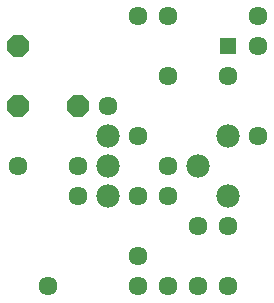
<source format=gts>
G75*
%MOIN*%
%OFA0B0*%
%FSLAX25Y25*%
%IPPOS*%
%LPD*%
%AMOC8*
5,1,8,0,0,1.08239X$1,22.5*
%
%ADD10C,0.06343*%
%ADD11R,0.05556X0.05556*%
%ADD12C,0.07800*%
%ADD13OC8,0.07296*%
D10*
X0036875Y0022667D03*
X0066875Y0022667D03*
X0076875Y0022667D03*
X0086875Y0022667D03*
X0096875Y0022667D03*
X0096875Y0042667D03*
X0086875Y0042667D03*
X0076875Y0052667D03*
X0076875Y0062667D03*
X0066875Y0072667D03*
X0056875Y0082667D03*
X0076875Y0092667D03*
X0096875Y0092667D03*
X0106875Y0102667D03*
X0106875Y0112667D03*
X0076875Y0112667D03*
X0066875Y0112667D03*
X0106875Y0072667D03*
X0066875Y0052667D03*
X0066875Y0032667D03*
X0046875Y0052667D03*
X0046875Y0062667D03*
X0026875Y0062667D03*
D11*
X0096875Y0102667D03*
D12*
X0096875Y0072667D03*
X0086875Y0062667D03*
X0096875Y0052667D03*
X0056875Y0052667D03*
X0056875Y0062667D03*
X0056875Y0072667D03*
D13*
X0046875Y0082667D03*
X0026875Y0082667D03*
X0026875Y0102667D03*
M02*

</source>
